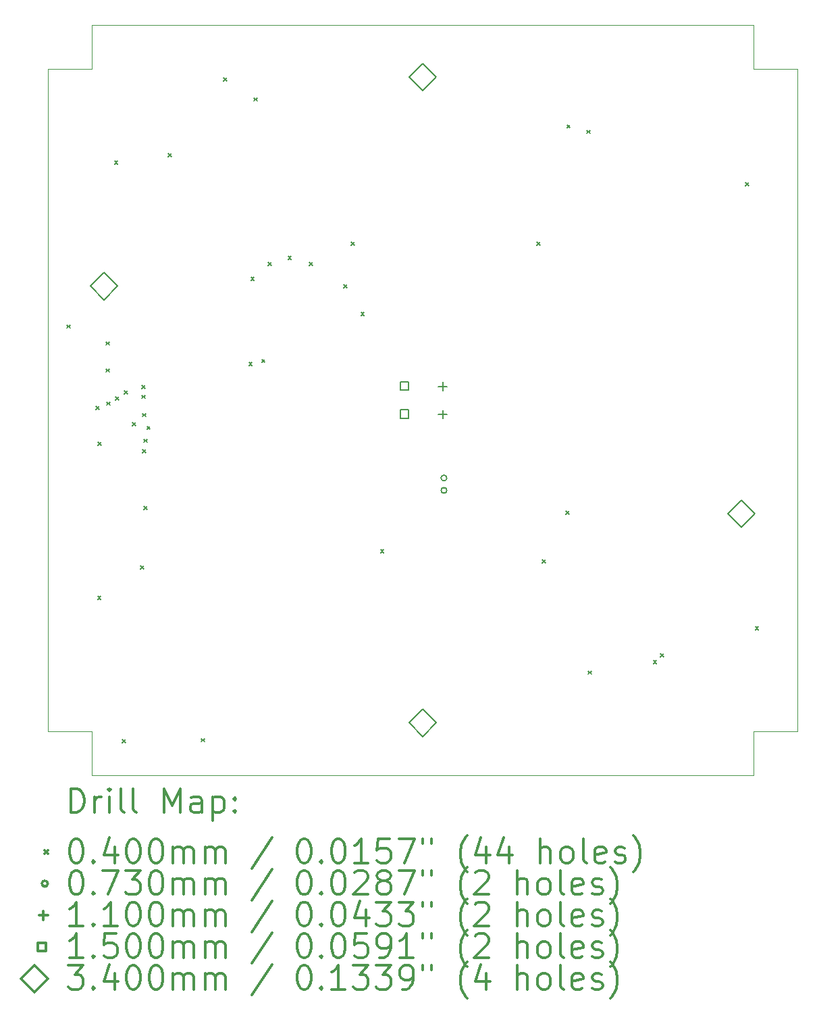
<source format=gbr>
%FSLAX45Y45*%
G04 Gerber Fmt 4.5, Leading zero omitted, Abs format (unit mm)*
G04 Created by KiCad (PCBNEW (5.1.10)-1) date 2022-11-13 15:13:11*
%MOMM*%
%LPD*%
G01*
G04 APERTURE LIST*
%TA.AperFunction,Profile*%
%ADD10C,0.050000*%
%TD*%
%ADD11C,0.200000*%
%ADD12C,0.300000*%
G04 APERTURE END LIST*
D10*
X20200000Y-12350000D02*
X20750000Y-12350000D01*
X20200000Y-12900000D02*
X20200000Y-12350000D01*
X20200000Y-4050000D02*
X20750000Y-4050000D01*
X20200000Y-3500000D02*
X20200000Y-4050000D01*
X11900000Y-4050000D02*
X11900000Y-3500000D01*
X11350000Y-4050000D02*
X11900000Y-4050000D01*
X11900000Y-12350000D02*
X11350000Y-12350000D01*
X11900000Y-12900000D02*
X11900000Y-12350000D01*
X20750000Y-4050000D02*
X20750000Y-12350000D01*
X11900000Y-3500000D02*
X20200000Y-3500000D01*
X11350000Y-12350000D02*
X11350000Y-4050000D01*
X20200000Y-12900000D02*
X11900000Y-12900000D01*
D11*
X11585000Y-7260000D02*
X11625000Y-7300000D01*
X11625000Y-7260000D02*
X11585000Y-7300000D01*
X11950000Y-8280000D02*
X11990000Y-8320000D01*
X11990000Y-8280000D02*
X11950000Y-8320000D01*
X11972500Y-10657500D02*
X12012500Y-10697500D01*
X12012500Y-10657500D02*
X11972500Y-10697500D01*
X11975000Y-8730000D02*
X12015000Y-8770000D01*
X12015000Y-8730000D02*
X11975000Y-8770000D01*
X12080000Y-7470000D02*
X12120000Y-7510000D01*
X12120000Y-7470000D02*
X12080000Y-7510000D01*
X12080000Y-7810000D02*
X12120000Y-7850000D01*
X12120000Y-7810000D02*
X12080000Y-7850000D01*
X12085000Y-8225000D02*
X12125000Y-8265000D01*
X12125000Y-8225000D02*
X12085000Y-8265000D01*
X12185000Y-5205000D02*
X12225000Y-5245000D01*
X12225000Y-5205000D02*
X12185000Y-5245000D01*
X12200000Y-8160000D02*
X12240000Y-8200000D01*
X12240000Y-8160000D02*
X12200000Y-8200000D01*
X12280000Y-12455000D02*
X12320000Y-12495000D01*
X12320000Y-12455000D02*
X12280000Y-12495000D01*
X12305000Y-8085000D02*
X12345000Y-8125000D01*
X12345000Y-8085000D02*
X12305000Y-8125000D01*
X12410000Y-8485000D02*
X12450000Y-8525000D01*
X12450000Y-8485000D02*
X12410000Y-8525000D01*
X12508500Y-10276500D02*
X12548500Y-10316500D01*
X12548500Y-10276500D02*
X12508500Y-10316500D01*
X12525000Y-8015000D02*
X12565000Y-8055000D01*
X12565000Y-8015000D02*
X12525000Y-8055000D01*
X12525000Y-8140000D02*
X12565000Y-8180000D01*
X12565000Y-8140000D02*
X12525000Y-8180000D01*
X12535000Y-8820000D02*
X12575000Y-8860000D01*
X12575000Y-8820000D02*
X12535000Y-8860000D01*
X12537500Y-8367500D02*
X12577500Y-8407500D01*
X12577500Y-8367500D02*
X12537500Y-8407500D01*
X12550000Y-9530000D02*
X12590000Y-9570000D01*
X12590000Y-9530000D02*
X12550000Y-9570000D01*
X12555000Y-8690000D02*
X12595000Y-8730000D01*
X12595000Y-8690000D02*
X12555000Y-8730000D01*
X12590000Y-8530000D02*
X12630000Y-8570000D01*
X12630000Y-8530000D02*
X12590000Y-8570000D01*
X12860000Y-5115000D02*
X12900000Y-5155000D01*
X12900000Y-5115000D02*
X12860000Y-5155000D01*
X13275000Y-12440000D02*
X13315000Y-12480000D01*
X13315000Y-12440000D02*
X13275000Y-12480000D01*
X13552500Y-4167500D02*
X13592500Y-4207500D01*
X13592500Y-4167500D02*
X13552500Y-4207500D01*
X13870000Y-7730000D02*
X13910000Y-7770000D01*
X13910000Y-7730000D02*
X13870000Y-7770000D01*
X13895000Y-6660000D02*
X13935000Y-6700000D01*
X13935000Y-6660000D02*
X13895000Y-6700000D01*
X13934320Y-4415680D02*
X13974320Y-4455680D01*
X13974320Y-4415680D02*
X13934320Y-4455680D01*
X14030000Y-7690000D02*
X14070000Y-7730000D01*
X14070000Y-7690000D02*
X14030000Y-7730000D01*
X14110000Y-6475000D02*
X14150000Y-6515000D01*
X14150000Y-6475000D02*
X14110000Y-6515000D01*
X14361500Y-6402500D02*
X14401500Y-6442500D01*
X14401500Y-6402500D02*
X14361500Y-6442500D01*
X14625000Y-6475000D02*
X14665000Y-6515000D01*
X14665000Y-6475000D02*
X14625000Y-6515000D01*
X15061000Y-6754000D02*
X15101000Y-6794000D01*
X15101000Y-6754000D02*
X15061000Y-6794000D01*
X15150000Y-6220000D02*
X15190000Y-6260000D01*
X15190000Y-6220000D02*
X15150000Y-6260000D01*
X15275000Y-7105000D02*
X15315000Y-7145000D01*
X15315000Y-7105000D02*
X15275000Y-7145000D01*
X15520000Y-10075000D02*
X15560000Y-10115000D01*
X15560000Y-10075000D02*
X15520000Y-10115000D01*
X17480000Y-6220000D02*
X17520000Y-6260000D01*
X17520000Y-6220000D02*
X17480000Y-6260000D01*
X17550000Y-10200000D02*
X17590000Y-10240000D01*
X17590000Y-10200000D02*
X17550000Y-10240000D01*
X17845000Y-9590000D02*
X17885000Y-9630000D01*
X17885000Y-9590000D02*
X17845000Y-9630000D01*
X17857500Y-4752500D02*
X17897500Y-4792500D01*
X17897500Y-4752500D02*
X17857500Y-4792500D01*
X18110000Y-4820000D02*
X18150000Y-4860000D01*
X18150000Y-4820000D02*
X18110000Y-4860000D01*
X18126500Y-11593500D02*
X18166500Y-11633500D01*
X18166500Y-11593500D02*
X18126500Y-11633500D01*
X18940000Y-11465000D02*
X18980000Y-11505000D01*
X18980000Y-11465000D02*
X18940000Y-11505000D01*
X19030000Y-11380000D02*
X19070000Y-11420000D01*
X19070000Y-11380000D02*
X19030000Y-11420000D01*
X20095000Y-5480000D02*
X20135000Y-5520000D01*
X20135000Y-5480000D02*
X20095000Y-5520000D01*
X20220000Y-11040000D02*
X20260000Y-11080000D01*
X20260000Y-11040000D02*
X20220000Y-11080000D01*
X16351500Y-9177500D02*
G75*
G03*
X16351500Y-9177500I-36500J0D01*
G01*
X16351500Y-9332500D02*
G75*
G03*
X16351500Y-9332500I-36500J0D01*
G01*
X16300000Y-7975000D02*
X16300000Y-8085000D01*
X16245000Y-8030000D02*
X16355000Y-8030000D01*
X16300000Y-8325000D02*
X16300000Y-8435000D01*
X16245000Y-8380000D02*
X16355000Y-8380000D01*
X15873033Y-8078033D02*
X15873033Y-7971966D01*
X15766966Y-7971966D01*
X15766966Y-8078033D01*
X15873033Y-8078033D01*
X15873033Y-8428034D02*
X15873033Y-8321966D01*
X15766966Y-8321966D01*
X15766966Y-8428034D01*
X15873033Y-8428034D01*
X12055000Y-6945000D02*
X12225000Y-6775000D01*
X12055000Y-6605000D01*
X11885000Y-6775000D01*
X12055000Y-6945000D01*
X16050000Y-4325000D02*
X16220000Y-4155000D01*
X16050000Y-3985000D01*
X15880000Y-4155000D01*
X16050000Y-4325000D01*
X16050000Y-12415000D02*
X16220000Y-12245000D01*
X16050000Y-12075000D01*
X15880000Y-12245000D01*
X16050000Y-12415000D01*
X20045000Y-9795000D02*
X20215000Y-9625000D01*
X20045000Y-9455000D01*
X19875000Y-9625000D01*
X20045000Y-9795000D01*
D12*
X11633928Y-13368214D02*
X11633928Y-13068214D01*
X11705357Y-13068214D01*
X11748214Y-13082500D01*
X11776786Y-13111071D01*
X11791071Y-13139643D01*
X11805357Y-13196786D01*
X11805357Y-13239643D01*
X11791071Y-13296786D01*
X11776786Y-13325357D01*
X11748214Y-13353929D01*
X11705357Y-13368214D01*
X11633928Y-13368214D01*
X11933928Y-13368214D02*
X11933928Y-13168214D01*
X11933928Y-13225357D02*
X11948214Y-13196786D01*
X11962500Y-13182500D01*
X11991071Y-13168214D01*
X12019643Y-13168214D01*
X12119643Y-13368214D02*
X12119643Y-13168214D01*
X12119643Y-13068214D02*
X12105357Y-13082500D01*
X12119643Y-13096786D01*
X12133928Y-13082500D01*
X12119643Y-13068214D01*
X12119643Y-13096786D01*
X12305357Y-13368214D02*
X12276786Y-13353929D01*
X12262500Y-13325357D01*
X12262500Y-13068214D01*
X12462500Y-13368214D02*
X12433928Y-13353929D01*
X12419643Y-13325357D01*
X12419643Y-13068214D01*
X12805357Y-13368214D02*
X12805357Y-13068214D01*
X12905357Y-13282500D01*
X13005357Y-13068214D01*
X13005357Y-13368214D01*
X13276786Y-13368214D02*
X13276786Y-13211071D01*
X13262500Y-13182500D01*
X13233928Y-13168214D01*
X13176786Y-13168214D01*
X13148214Y-13182500D01*
X13276786Y-13353929D02*
X13248214Y-13368214D01*
X13176786Y-13368214D01*
X13148214Y-13353929D01*
X13133928Y-13325357D01*
X13133928Y-13296786D01*
X13148214Y-13268214D01*
X13176786Y-13253929D01*
X13248214Y-13253929D01*
X13276786Y-13239643D01*
X13419643Y-13168214D02*
X13419643Y-13468214D01*
X13419643Y-13182500D02*
X13448214Y-13168214D01*
X13505357Y-13168214D01*
X13533928Y-13182500D01*
X13548214Y-13196786D01*
X13562500Y-13225357D01*
X13562500Y-13311071D01*
X13548214Y-13339643D01*
X13533928Y-13353929D01*
X13505357Y-13368214D01*
X13448214Y-13368214D01*
X13419643Y-13353929D01*
X13691071Y-13339643D02*
X13705357Y-13353929D01*
X13691071Y-13368214D01*
X13676786Y-13353929D01*
X13691071Y-13339643D01*
X13691071Y-13368214D01*
X13691071Y-13182500D02*
X13705357Y-13196786D01*
X13691071Y-13211071D01*
X13676786Y-13196786D01*
X13691071Y-13182500D01*
X13691071Y-13211071D01*
X11307500Y-13842500D02*
X11347500Y-13882500D01*
X11347500Y-13842500D02*
X11307500Y-13882500D01*
X11691071Y-13698214D02*
X11719643Y-13698214D01*
X11748214Y-13712500D01*
X11762500Y-13726786D01*
X11776786Y-13755357D01*
X11791071Y-13812500D01*
X11791071Y-13883929D01*
X11776786Y-13941071D01*
X11762500Y-13969643D01*
X11748214Y-13983929D01*
X11719643Y-13998214D01*
X11691071Y-13998214D01*
X11662500Y-13983929D01*
X11648214Y-13969643D01*
X11633928Y-13941071D01*
X11619643Y-13883929D01*
X11619643Y-13812500D01*
X11633928Y-13755357D01*
X11648214Y-13726786D01*
X11662500Y-13712500D01*
X11691071Y-13698214D01*
X11919643Y-13969643D02*
X11933928Y-13983929D01*
X11919643Y-13998214D01*
X11905357Y-13983929D01*
X11919643Y-13969643D01*
X11919643Y-13998214D01*
X12191071Y-13798214D02*
X12191071Y-13998214D01*
X12119643Y-13683929D02*
X12048214Y-13898214D01*
X12233928Y-13898214D01*
X12405357Y-13698214D02*
X12433928Y-13698214D01*
X12462500Y-13712500D01*
X12476786Y-13726786D01*
X12491071Y-13755357D01*
X12505357Y-13812500D01*
X12505357Y-13883929D01*
X12491071Y-13941071D01*
X12476786Y-13969643D01*
X12462500Y-13983929D01*
X12433928Y-13998214D01*
X12405357Y-13998214D01*
X12376786Y-13983929D01*
X12362500Y-13969643D01*
X12348214Y-13941071D01*
X12333928Y-13883929D01*
X12333928Y-13812500D01*
X12348214Y-13755357D01*
X12362500Y-13726786D01*
X12376786Y-13712500D01*
X12405357Y-13698214D01*
X12691071Y-13698214D02*
X12719643Y-13698214D01*
X12748214Y-13712500D01*
X12762500Y-13726786D01*
X12776786Y-13755357D01*
X12791071Y-13812500D01*
X12791071Y-13883929D01*
X12776786Y-13941071D01*
X12762500Y-13969643D01*
X12748214Y-13983929D01*
X12719643Y-13998214D01*
X12691071Y-13998214D01*
X12662500Y-13983929D01*
X12648214Y-13969643D01*
X12633928Y-13941071D01*
X12619643Y-13883929D01*
X12619643Y-13812500D01*
X12633928Y-13755357D01*
X12648214Y-13726786D01*
X12662500Y-13712500D01*
X12691071Y-13698214D01*
X12919643Y-13998214D02*
X12919643Y-13798214D01*
X12919643Y-13826786D02*
X12933928Y-13812500D01*
X12962500Y-13798214D01*
X13005357Y-13798214D01*
X13033928Y-13812500D01*
X13048214Y-13841071D01*
X13048214Y-13998214D01*
X13048214Y-13841071D02*
X13062500Y-13812500D01*
X13091071Y-13798214D01*
X13133928Y-13798214D01*
X13162500Y-13812500D01*
X13176786Y-13841071D01*
X13176786Y-13998214D01*
X13319643Y-13998214D02*
X13319643Y-13798214D01*
X13319643Y-13826786D02*
X13333928Y-13812500D01*
X13362500Y-13798214D01*
X13405357Y-13798214D01*
X13433928Y-13812500D01*
X13448214Y-13841071D01*
X13448214Y-13998214D01*
X13448214Y-13841071D02*
X13462500Y-13812500D01*
X13491071Y-13798214D01*
X13533928Y-13798214D01*
X13562500Y-13812500D01*
X13576786Y-13841071D01*
X13576786Y-13998214D01*
X14162500Y-13683929D02*
X13905357Y-14069643D01*
X14548214Y-13698214D02*
X14576786Y-13698214D01*
X14605357Y-13712500D01*
X14619643Y-13726786D01*
X14633928Y-13755357D01*
X14648214Y-13812500D01*
X14648214Y-13883929D01*
X14633928Y-13941071D01*
X14619643Y-13969643D01*
X14605357Y-13983929D01*
X14576786Y-13998214D01*
X14548214Y-13998214D01*
X14519643Y-13983929D01*
X14505357Y-13969643D01*
X14491071Y-13941071D01*
X14476786Y-13883929D01*
X14476786Y-13812500D01*
X14491071Y-13755357D01*
X14505357Y-13726786D01*
X14519643Y-13712500D01*
X14548214Y-13698214D01*
X14776786Y-13969643D02*
X14791071Y-13983929D01*
X14776786Y-13998214D01*
X14762500Y-13983929D01*
X14776786Y-13969643D01*
X14776786Y-13998214D01*
X14976786Y-13698214D02*
X15005357Y-13698214D01*
X15033928Y-13712500D01*
X15048214Y-13726786D01*
X15062500Y-13755357D01*
X15076786Y-13812500D01*
X15076786Y-13883929D01*
X15062500Y-13941071D01*
X15048214Y-13969643D01*
X15033928Y-13983929D01*
X15005357Y-13998214D01*
X14976786Y-13998214D01*
X14948214Y-13983929D01*
X14933928Y-13969643D01*
X14919643Y-13941071D01*
X14905357Y-13883929D01*
X14905357Y-13812500D01*
X14919643Y-13755357D01*
X14933928Y-13726786D01*
X14948214Y-13712500D01*
X14976786Y-13698214D01*
X15362500Y-13998214D02*
X15191071Y-13998214D01*
X15276786Y-13998214D02*
X15276786Y-13698214D01*
X15248214Y-13741071D01*
X15219643Y-13769643D01*
X15191071Y-13783929D01*
X15633928Y-13698214D02*
X15491071Y-13698214D01*
X15476786Y-13841071D01*
X15491071Y-13826786D01*
X15519643Y-13812500D01*
X15591071Y-13812500D01*
X15619643Y-13826786D01*
X15633928Y-13841071D01*
X15648214Y-13869643D01*
X15648214Y-13941071D01*
X15633928Y-13969643D01*
X15619643Y-13983929D01*
X15591071Y-13998214D01*
X15519643Y-13998214D01*
X15491071Y-13983929D01*
X15476786Y-13969643D01*
X15748214Y-13698214D02*
X15948214Y-13698214D01*
X15819643Y-13998214D01*
X16048214Y-13698214D02*
X16048214Y-13755357D01*
X16162500Y-13698214D02*
X16162500Y-13755357D01*
X16605357Y-14112500D02*
X16591071Y-14098214D01*
X16562500Y-14055357D01*
X16548214Y-14026786D01*
X16533928Y-13983929D01*
X16519643Y-13912500D01*
X16519643Y-13855357D01*
X16533928Y-13783929D01*
X16548214Y-13741071D01*
X16562500Y-13712500D01*
X16591071Y-13669643D01*
X16605357Y-13655357D01*
X16848214Y-13798214D02*
X16848214Y-13998214D01*
X16776786Y-13683929D02*
X16705357Y-13898214D01*
X16891071Y-13898214D01*
X17133928Y-13798214D02*
X17133928Y-13998214D01*
X17062500Y-13683929D02*
X16991071Y-13898214D01*
X17176786Y-13898214D01*
X17519643Y-13998214D02*
X17519643Y-13698214D01*
X17648214Y-13998214D02*
X17648214Y-13841071D01*
X17633928Y-13812500D01*
X17605357Y-13798214D01*
X17562500Y-13798214D01*
X17533928Y-13812500D01*
X17519643Y-13826786D01*
X17833928Y-13998214D02*
X17805357Y-13983929D01*
X17791071Y-13969643D01*
X17776786Y-13941071D01*
X17776786Y-13855357D01*
X17791071Y-13826786D01*
X17805357Y-13812500D01*
X17833928Y-13798214D01*
X17876786Y-13798214D01*
X17905357Y-13812500D01*
X17919643Y-13826786D01*
X17933928Y-13855357D01*
X17933928Y-13941071D01*
X17919643Y-13969643D01*
X17905357Y-13983929D01*
X17876786Y-13998214D01*
X17833928Y-13998214D01*
X18105357Y-13998214D02*
X18076786Y-13983929D01*
X18062500Y-13955357D01*
X18062500Y-13698214D01*
X18333928Y-13983929D02*
X18305357Y-13998214D01*
X18248214Y-13998214D01*
X18219643Y-13983929D01*
X18205357Y-13955357D01*
X18205357Y-13841071D01*
X18219643Y-13812500D01*
X18248214Y-13798214D01*
X18305357Y-13798214D01*
X18333928Y-13812500D01*
X18348214Y-13841071D01*
X18348214Y-13869643D01*
X18205357Y-13898214D01*
X18462500Y-13983929D02*
X18491071Y-13998214D01*
X18548214Y-13998214D01*
X18576786Y-13983929D01*
X18591071Y-13955357D01*
X18591071Y-13941071D01*
X18576786Y-13912500D01*
X18548214Y-13898214D01*
X18505357Y-13898214D01*
X18476786Y-13883929D01*
X18462500Y-13855357D01*
X18462500Y-13841071D01*
X18476786Y-13812500D01*
X18505357Y-13798214D01*
X18548214Y-13798214D01*
X18576786Y-13812500D01*
X18691071Y-14112500D02*
X18705357Y-14098214D01*
X18733928Y-14055357D01*
X18748214Y-14026786D01*
X18762500Y-13983929D01*
X18776786Y-13912500D01*
X18776786Y-13855357D01*
X18762500Y-13783929D01*
X18748214Y-13741071D01*
X18733928Y-13712500D01*
X18705357Y-13669643D01*
X18691071Y-13655357D01*
X11347500Y-14258500D02*
G75*
G03*
X11347500Y-14258500I-36500J0D01*
G01*
X11691071Y-14094214D02*
X11719643Y-14094214D01*
X11748214Y-14108500D01*
X11762500Y-14122786D01*
X11776786Y-14151357D01*
X11791071Y-14208500D01*
X11791071Y-14279929D01*
X11776786Y-14337071D01*
X11762500Y-14365643D01*
X11748214Y-14379929D01*
X11719643Y-14394214D01*
X11691071Y-14394214D01*
X11662500Y-14379929D01*
X11648214Y-14365643D01*
X11633928Y-14337071D01*
X11619643Y-14279929D01*
X11619643Y-14208500D01*
X11633928Y-14151357D01*
X11648214Y-14122786D01*
X11662500Y-14108500D01*
X11691071Y-14094214D01*
X11919643Y-14365643D02*
X11933928Y-14379929D01*
X11919643Y-14394214D01*
X11905357Y-14379929D01*
X11919643Y-14365643D01*
X11919643Y-14394214D01*
X12033928Y-14094214D02*
X12233928Y-14094214D01*
X12105357Y-14394214D01*
X12319643Y-14094214D02*
X12505357Y-14094214D01*
X12405357Y-14208500D01*
X12448214Y-14208500D01*
X12476786Y-14222786D01*
X12491071Y-14237071D01*
X12505357Y-14265643D01*
X12505357Y-14337071D01*
X12491071Y-14365643D01*
X12476786Y-14379929D01*
X12448214Y-14394214D01*
X12362500Y-14394214D01*
X12333928Y-14379929D01*
X12319643Y-14365643D01*
X12691071Y-14094214D02*
X12719643Y-14094214D01*
X12748214Y-14108500D01*
X12762500Y-14122786D01*
X12776786Y-14151357D01*
X12791071Y-14208500D01*
X12791071Y-14279929D01*
X12776786Y-14337071D01*
X12762500Y-14365643D01*
X12748214Y-14379929D01*
X12719643Y-14394214D01*
X12691071Y-14394214D01*
X12662500Y-14379929D01*
X12648214Y-14365643D01*
X12633928Y-14337071D01*
X12619643Y-14279929D01*
X12619643Y-14208500D01*
X12633928Y-14151357D01*
X12648214Y-14122786D01*
X12662500Y-14108500D01*
X12691071Y-14094214D01*
X12919643Y-14394214D02*
X12919643Y-14194214D01*
X12919643Y-14222786D02*
X12933928Y-14208500D01*
X12962500Y-14194214D01*
X13005357Y-14194214D01*
X13033928Y-14208500D01*
X13048214Y-14237071D01*
X13048214Y-14394214D01*
X13048214Y-14237071D02*
X13062500Y-14208500D01*
X13091071Y-14194214D01*
X13133928Y-14194214D01*
X13162500Y-14208500D01*
X13176786Y-14237071D01*
X13176786Y-14394214D01*
X13319643Y-14394214D02*
X13319643Y-14194214D01*
X13319643Y-14222786D02*
X13333928Y-14208500D01*
X13362500Y-14194214D01*
X13405357Y-14194214D01*
X13433928Y-14208500D01*
X13448214Y-14237071D01*
X13448214Y-14394214D01*
X13448214Y-14237071D02*
X13462500Y-14208500D01*
X13491071Y-14194214D01*
X13533928Y-14194214D01*
X13562500Y-14208500D01*
X13576786Y-14237071D01*
X13576786Y-14394214D01*
X14162500Y-14079929D02*
X13905357Y-14465643D01*
X14548214Y-14094214D02*
X14576786Y-14094214D01*
X14605357Y-14108500D01*
X14619643Y-14122786D01*
X14633928Y-14151357D01*
X14648214Y-14208500D01*
X14648214Y-14279929D01*
X14633928Y-14337071D01*
X14619643Y-14365643D01*
X14605357Y-14379929D01*
X14576786Y-14394214D01*
X14548214Y-14394214D01*
X14519643Y-14379929D01*
X14505357Y-14365643D01*
X14491071Y-14337071D01*
X14476786Y-14279929D01*
X14476786Y-14208500D01*
X14491071Y-14151357D01*
X14505357Y-14122786D01*
X14519643Y-14108500D01*
X14548214Y-14094214D01*
X14776786Y-14365643D02*
X14791071Y-14379929D01*
X14776786Y-14394214D01*
X14762500Y-14379929D01*
X14776786Y-14365643D01*
X14776786Y-14394214D01*
X14976786Y-14094214D02*
X15005357Y-14094214D01*
X15033928Y-14108500D01*
X15048214Y-14122786D01*
X15062500Y-14151357D01*
X15076786Y-14208500D01*
X15076786Y-14279929D01*
X15062500Y-14337071D01*
X15048214Y-14365643D01*
X15033928Y-14379929D01*
X15005357Y-14394214D01*
X14976786Y-14394214D01*
X14948214Y-14379929D01*
X14933928Y-14365643D01*
X14919643Y-14337071D01*
X14905357Y-14279929D01*
X14905357Y-14208500D01*
X14919643Y-14151357D01*
X14933928Y-14122786D01*
X14948214Y-14108500D01*
X14976786Y-14094214D01*
X15191071Y-14122786D02*
X15205357Y-14108500D01*
X15233928Y-14094214D01*
X15305357Y-14094214D01*
X15333928Y-14108500D01*
X15348214Y-14122786D01*
X15362500Y-14151357D01*
X15362500Y-14179929D01*
X15348214Y-14222786D01*
X15176786Y-14394214D01*
X15362500Y-14394214D01*
X15533928Y-14222786D02*
X15505357Y-14208500D01*
X15491071Y-14194214D01*
X15476786Y-14165643D01*
X15476786Y-14151357D01*
X15491071Y-14122786D01*
X15505357Y-14108500D01*
X15533928Y-14094214D01*
X15591071Y-14094214D01*
X15619643Y-14108500D01*
X15633928Y-14122786D01*
X15648214Y-14151357D01*
X15648214Y-14165643D01*
X15633928Y-14194214D01*
X15619643Y-14208500D01*
X15591071Y-14222786D01*
X15533928Y-14222786D01*
X15505357Y-14237071D01*
X15491071Y-14251357D01*
X15476786Y-14279929D01*
X15476786Y-14337071D01*
X15491071Y-14365643D01*
X15505357Y-14379929D01*
X15533928Y-14394214D01*
X15591071Y-14394214D01*
X15619643Y-14379929D01*
X15633928Y-14365643D01*
X15648214Y-14337071D01*
X15648214Y-14279929D01*
X15633928Y-14251357D01*
X15619643Y-14237071D01*
X15591071Y-14222786D01*
X15748214Y-14094214D02*
X15948214Y-14094214D01*
X15819643Y-14394214D01*
X16048214Y-14094214D02*
X16048214Y-14151357D01*
X16162500Y-14094214D02*
X16162500Y-14151357D01*
X16605357Y-14508500D02*
X16591071Y-14494214D01*
X16562500Y-14451357D01*
X16548214Y-14422786D01*
X16533928Y-14379929D01*
X16519643Y-14308500D01*
X16519643Y-14251357D01*
X16533928Y-14179929D01*
X16548214Y-14137071D01*
X16562500Y-14108500D01*
X16591071Y-14065643D01*
X16605357Y-14051357D01*
X16705357Y-14122786D02*
X16719643Y-14108500D01*
X16748214Y-14094214D01*
X16819643Y-14094214D01*
X16848214Y-14108500D01*
X16862500Y-14122786D01*
X16876786Y-14151357D01*
X16876786Y-14179929D01*
X16862500Y-14222786D01*
X16691071Y-14394214D01*
X16876786Y-14394214D01*
X17233928Y-14394214D02*
X17233928Y-14094214D01*
X17362500Y-14394214D02*
X17362500Y-14237071D01*
X17348214Y-14208500D01*
X17319643Y-14194214D01*
X17276786Y-14194214D01*
X17248214Y-14208500D01*
X17233928Y-14222786D01*
X17548214Y-14394214D02*
X17519643Y-14379929D01*
X17505357Y-14365643D01*
X17491071Y-14337071D01*
X17491071Y-14251357D01*
X17505357Y-14222786D01*
X17519643Y-14208500D01*
X17548214Y-14194214D01*
X17591071Y-14194214D01*
X17619643Y-14208500D01*
X17633928Y-14222786D01*
X17648214Y-14251357D01*
X17648214Y-14337071D01*
X17633928Y-14365643D01*
X17619643Y-14379929D01*
X17591071Y-14394214D01*
X17548214Y-14394214D01*
X17819643Y-14394214D02*
X17791071Y-14379929D01*
X17776786Y-14351357D01*
X17776786Y-14094214D01*
X18048214Y-14379929D02*
X18019643Y-14394214D01*
X17962500Y-14394214D01*
X17933928Y-14379929D01*
X17919643Y-14351357D01*
X17919643Y-14237071D01*
X17933928Y-14208500D01*
X17962500Y-14194214D01*
X18019643Y-14194214D01*
X18048214Y-14208500D01*
X18062500Y-14237071D01*
X18062500Y-14265643D01*
X17919643Y-14294214D01*
X18176786Y-14379929D02*
X18205357Y-14394214D01*
X18262500Y-14394214D01*
X18291071Y-14379929D01*
X18305357Y-14351357D01*
X18305357Y-14337071D01*
X18291071Y-14308500D01*
X18262500Y-14294214D01*
X18219643Y-14294214D01*
X18191071Y-14279929D01*
X18176786Y-14251357D01*
X18176786Y-14237071D01*
X18191071Y-14208500D01*
X18219643Y-14194214D01*
X18262500Y-14194214D01*
X18291071Y-14208500D01*
X18405357Y-14508500D02*
X18419643Y-14494214D01*
X18448214Y-14451357D01*
X18462500Y-14422786D01*
X18476786Y-14379929D01*
X18491071Y-14308500D01*
X18491071Y-14251357D01*
X18476786Y-14179929D01*
X18462500Y-14137071D01*
X18448214Y-14108500D01*
X18419643Y-14065643D01*
X18405357Y-14051357D01*
X11292500Y-14599500D02*
X11292500Y-14709500D01*
X11237500Y-14654500D02*
X11347500Y-14654500D01*
X11791071Y-14790214D02*
X11619643Y-14790214D01*
X11705357Y-14790214D02*
X11705357Y-14490214D01*
X11676786Y-14533071D01*
X11648214Y-14561643D01*
X11619643Y-14575929D01*
X11919643Y-14761643D02*
X11933928Y-14775929D01*
X11919643Y-14790214D01*
X11905357Y-14775929D01*
X11919643Y-14761643D01*
X11919643Y-14790214D01*
X12219643Y-14790214D02*
X12048214Y-14790214D01*
X12133928Y-14790214D02*
X12133928Y-14490214D01*
X12105357Y-14533071D01*
X12076786Y-14561643D01*
X12048214Y-14575929D01*
X12405357Y-14490214D02*
X12433928Y-14490214D01*
X12462500Y-14504500D01*
X12476786Y-14518786D01*
X12491071Y-14547357D01*
X12505357Y-14604500D01*
X12505357Y-14675929D01*
X12491071Y-14733071D01*
X12476786Y-14761643D01*
X12462500Y-14775929D01*
X12433928Y-14790214D01*
X12405357Y-14790214D01*
X12376786Y-14775929D01*
X12362500Y-14761643D01*
X12348214Y-14733071D01*
X12333928Y-14675929D01*
X12333928Y-14604500D01*
X12348214Y-14547357D01*
X12362500Y-14518786D01*
X12376786Y-14504500D01*
X12405357Y-14490214D01*
X12691071Y-14490214D02*
X12719643Y-14490214D01*
X12748214Y-14504500D01*
X12762500Y-14518786D01*
X12776786Y-14547357D01*
X12791071Y-14604500D01*
X12791071Y-14675929D01*
X12776786Y-14733071D01*
X12762500Y-14761643D01*
X12748214Y-14775929D01*
X12719643Y-14790214D01*
X12691071Y-14790214D01*
X12662500Y-14775929D01*
X12648214Y-14761643D01*
X12633928Y-14733071D01*
X12619643Y-14675929D01*
X12619643Y-14604500D01*
X12633928Y-14547357D01*
X12648214Y-14518786D01*
X12662500Y-14504500D01*
X12691071Y-14490214D01*
X12919643Y-14790214D02*
X12919643Y-14590214D01*
X12919643Y-14618786D02*
X12933928Y-14604500D01*
X12962500Y-14590214D01*
X13005357Y-14590214D01*
X13033928Y-14604500D01*
X13048214Y-14633071D01*
X13048214Y-14790214D01*
X13048214Y-14633071D02*
X13062500Y-14604500D01*
X13091071Y-14590214D01*
X13133928Y-14590214D01*
X13162500Y-14604500D01*
X13176786Y-14633071D01*
X13176786Y-14790214D01*
X13319643Y-14790214D02*
X13319643Y-14590214D01*
X13319643Y-14618786D02*
X13333928Y-14604500D01*
X13362500Y-14590214D01*
X13405357Y-14590214D01*
X13433928Y-14604500D01*
X13448214Y-14633071D01*
X13448214Y-14790214D01*
X13448214Y-14633071D02*
X13462500Y-14604500D01*
X13491071Y-14590214D01*
X13533928Y-14590214D01*
X13562500Y-14604500D01*
X13576786Y-14633071D01*
X13576786Y-14790214D01*
X14162500Y-14475929D02*
X13905357Y-14861643D01*
X14548214Y-14490214D02*
X14576786Y-14490214D01*
X14605357Y-14504500D01*
X14619643Y-14518786D01*
X14633928Y-14547357D01*
X14648214Y-14604500D01*
X14648214Y-14675929D01*
X14633928Y-14733071D01*
X14619643Y-14761643D01*
X14605357Y-14775929D01*
X14576786Y-14790214D01*
X14548214Y-14790214D01*
X14519643Y-14775929D01*
X14505357Y-14761643D01*
X14491071Y-14733071D01*
X14476786Y-14675929D01*
X14476786Y-14604500D01*
X14491071Y-14547357D01*
X14505357Y-14518786D01*
X14519643Y-14504500D01*
X14548214Y-14490214D01*
X14776786Y-14761643D02*
X14791071Y-14775929D01*
X14776786Y-14790214D01*
X14762500Y-14775929D01*
X14776786Y-14761643D01*
X14776786Y-14790214D01*
X14976786Y-14490214D02*
X15005357Y-14490214D01*
X15033928Y-14504500D01*
X15048214Y-14518786D01*
X15062500Y-14547357D01*
X15076786Y-14604500D01*
X15076786Y-14675929D01*
X15062500Y-14733071D01*
X15048214Y-14761643D01*
X15033928Y-14775929D01*
X15005357Y-14790214D01*
X14976786Y-14790214D01*
X14948214Y-14775929D01*
X14933928Y-14761643D01*
X14919643Y-14733071D01*
X14905357Y-14675929D01*
X14905357Y-14604500D01*
X14919643Y-14547357D01*
X14933928Y-14518786D01*
X14948214Y-14504500D01*
X14976786Y-14490214D01*
X15333928Y-14590214D02*
X15333928Y-14790214D01*
X15262500Y-14475929D02*
X15191071Y-14690214D01*
X15376786Y-14690214D01*
X15462500Y-14490214D02*
X15648214Y-14490214D01*
X15548214Y-14604500D01*
X15591071Y-14604500D01*
X15619643Y-14618786D01*
X15633928Y-14633071D01*
X15648214Y-14661643D01*
X15648214Y-14733071D01*
X15633928Y-14761643D01*
X15619643Y-14775929D01*
X15591071Y-14790214D01*
X15505357Y-14790214D01*
X15476786Y-14775929D01*
X15462500Y-14761643D01*
X15748214Y-14490214D02*
X15933928Y-14490214D01*
X15833928Y-14604500D01*
X15876786Y-14604500D01*
X15905357Y-14618786D01*
X15919643Y-14633071D01*
X15933928Y-14661643D01*
X15933928Y-14733071D01*
X15919643Y-14761643D01*
X15905357Y-14775929D01*
X15876786Y-14790214D01*
X15791071Y-14790214D01*
X15762500Y-14775929D01*
X15748214Y-14761643D01*
X16048214Y-14490214D02*
X16048214Y-14547357D01*
X16162500Y-14490214D02*
X16162500Y-14547357D01*
X16605357Y-14904500D02*
X16591071Y-14890214D01*
X16562500Y-14847357D01*
X16548214Y-14818786D01*
X16533928Y-14775929D01*
X16519643Y-14704500D01*
X16519643Y-14647357D01*
X16533928Y-14575929D01*
X16548214Y-14533071D01*
X16562500Y-14504500D01*
X16591071Y-14461643D01*
X16605357Y-14447357D01*
X16705357Y-14518786D02*
X16719643Y-14504500D01*
X16748214Y-14490214D01*
X16819643Y-14490214D01*
X16848214Y-14504500D01*
X16862500Y-14518786D01*
X16876786Y-14547357D01*
X16876786Y-14575929D01*
X16862500Y-14618786D01*
X16691071Y-14790214D01*
X16876786Y-14790214D01*
X17233928Y-14790214D02*
X17233928Y-14490214D01*
X17362500Y-14790214D02*
X17362500Y-14633071D01*
X17348214Y-14604500D01*
X17319643Y-14590214D01*
X17276786Y-14590214D01*
X17248214Y-14604500D01*
X17233928Y-14618786D01*
X17548214Y-14790214D02*
X17519643Y-14775929D01*
X17505357Y-14761643D01*
X17491071Y-14733071D01*
X17491071Y-14647357D01*
X17505357Y-14618786D01*
X17519643Y-14604500D01*
X17548214Y-14590214D01*
X17591071Y-14590214D01*
X17619643Y-14604500D01*
X17633928Y-14618786D01*
X17648214Y-14647357D01*
X17648214Y-14733071D01*
X17633928Y-14761643D01*
X17619643Y-14775929D01*
X17591071Y-14790214D01*
X17548214Y-14790214D01*
X17819643Y-14790214D02*
X17791071Y-14775929D01*
X17776786Y-14747357D01*
X17776786Y-14490214D01*
X18048214Y-14775929D02*
X18019643Y-14790214D01*
X17962500Y-14790214D01*
X17933928Y-14775929D01*
X17919643Y-14747357D01*
X17919643Y-14633071D01*
X17933928Y-14604500D01*
X17962500Y-14590214D01*
X18019643Y-14590214D01*
X18048214Y-14604500D01*
X18062500Y-14633071D01*
X18062500Y-14661643D01*
X17919643Y-14690214D01*
X18176786Y-14775929D02*
X18205357Y-14790214D01*
X18262500Y-14790214D01*
X18291071Y-14775929D01*
X18305357Y-14747357D01*
X18305357Y-14733071D01*
X18291071Y-14704500D01*
X18262500Y-14690214D01*
X18219643Y-14690214D01*
X18191071Y-14675929D01*
X18176786Y-14647357D01*
X18176786Y-14633071D01*
X18191071Y-14604500D01*
X18219643Y-14590214D01*
X18262500Y-14590214D01*
X18291071Y-14604500D01*
X18405357Y-14904500D02*
X18419643Y-14890214D01*
X18448214Y-14847357D01*
X18462500Y-14818786D01*
X18476786Y-14775929D01*
X18491071Y-14704500D01*
X18491071Y-14647357D01*
X18476786Y-14575929D01*
X18462500Y-14533071D01*
X18448214Y-14504500D01*
X18419643Y-14461643D01*
X18405357Y-14447357D01*
X11325533Y-15103534D02*
X11325533Y-14997467D01*
X11219466Y-14997467D01*
X11219466Y-15103534D01*
X11325533Y-15103534D01*
X11791071Y-15186214D02*
X11619643Y-15186214D01*
X11705357Y-15186214D02*
X11705357Y-14886214D01*
X11676786Y-14929071D01*
X11648214Y-14957643D01*
X11619643Y-14971929D01*
X11919643Y-15157643D02*
X11933928Y-15171929D01*
X11919643Y-15186214D01*
X11905357Y-15171929D01*
X11919643Y-15157643D01*
X11919643Y-15186214D01*
X12205357Y-14886214D02*
X12062500Y-14886214D01*
X12048214Y-15029071D01*
X12062500Y-15014786D01*
X12091071Y-15000500D01*
X12162500Y-15000500D01*
X12191071Y-15014786D01*
X12205357Y-15029071D01*
X12219643Y-15057643D01*
X12219643Y-15129071D01*
X12205357Y-15157643D01*
X12191071Y-15171929D01*
X12162500Y-15186214D01*
X12091071Y-15186214D01*
X12062500Y-15171929D01*
X12048214Y-15157643D01*
X12405357Y-14886214D02*
X12433928Y-14886214D01*
X12462500Y-14900500D01*
X12476786Y-14914786D01*
X12491071Y-14943357D01*
X12505357Y-15000500D01*
X12505357Y-15071929D01*
X12491071Y-15129071D01*
X12476786Y-15157643D01*
X12462500Y-15171929D01*
X12433928Y-15186214D01*
X12405357Y-15186214D01*
X12376786Y-15171929D01*
X12362500Y-15157643D01*
X12348214Y-15129071D01*
X12333928Y-15071929D01*
X12333928Y-15000500D01*
X12348214Y-14943357D01*
X12362500Y-14914786D01*
X12376786Y-14900500D01*
X12405357Y-14886214D01*
X12691071Y-14886214D02*
X12719643Y-14886214D01*
X12748214Y-14900500D01*
X12762500Y-14914786D01*
X12776786Y-14943357D01*
X12791071Y-15000500D01*
X12791071Y-15071929D01*
X12776786Y-15129071D01*
X12762500Y-15157643D01*
X12748214Y-15171929D01*
X12719643Y-15186214D01*
X12691071Y-15186214D01*
X12662500Y-15171929D01*
X12648214Y-15157643D01*
X12633928Y-15129071D01*
X12619643Y-15071929D01*
X12619643Y-15000500D01*
X12633928Y-14943357D01*
X12648214Y-14914786D01*
X12662500Y-14900500D01*
X12691071Y-14886214D01*
X12919643Y-15186214D02*
X12919643Y-14986214D01*
X12919643Y-15014786D02*
X12933928Y-15000500D01*
X12962500Y-14986214D01*
X13005357Y-14986214D01*
X13033928Y-15000500D01*
X13048214Y-15029071D01*
X13048214Y-15186214D01*
X13048214Y-15029071D02*
X13062500Y-15000500D01*
X13091071Y-14986214D01*
X13133928Y-14986214D01*
X13162500Y-15000500D01*
X13176786Y-15029071D01*
X13176786Y-15186214D01*
X13319643Y-15186214D02*
X13319643Y-14986214D01*
X13319643Y-15014786D02*
X13333928Y-15000500D01*
X13362500Y-14986214D01*
X13405357Y-14986214D01*
X13433928Y-15000500D01*
X13448214Y-15029071D01*
X13448214Y-15186214D01*
X13448214Y-15029071D02*
X13462500Y-15000500D01*
X13491071Y-14986214D01*
X13533928Y-14986214D01*
X13562500Y-15000500D01*
X13576786Y-15029071D01*
X13576786Y-15186214D01*
X14162500Y-14871929D02*
X13905357Y-15257643D01*
X14548214Y-14886214D02*
X14576786Y-14886214D01*
X14605357Y-14900500D01*
X14619643Y-14914786D01*
X14633928Y-14943357D01*
X14648214Y-15000500D01*
X14648214Y-15071929D01*
X14633928Y-15129071D01*
X14619643Y-15157643D01*
X14605357Y-15171929D01*
X14576786Y-15186214D01*
X14548214Y-15186214D01*
X14519643Y-15171929D01*
X14505357Y-15157643D01*
X14491071Y-15129071D01*
X14476786Y-15071929D01*
X14476786Y-15000500D01*
X14491071Y-14943357D01*
X14505357Y-14914786D01*
X14519643Y-14900500D01*
X14548214Y-14886214D01*
X14776786Y-15157643D02*
X14791071Y-15171929D01*
X14776786Y-15186214D01*
X14762500Y-15171929D01*
X14776786Y-15157643D01*
X14776786Y-15186214D01*
X14976786Y-14886214D02*
X15005357Y-14886214D01*
X15033928Y-14900500D01*
X15048214Y-14914786D01*
X15062500Y-14943357D01*
X15076786Y-15000500D01*
X15076786Y-15071929D01*
X15062500Y-15129071D01*
X15048214Y-15157643D01*
X15033928Y-15171929D01*
X15005357Y-15186214D01*
X14976786Y-15186214D01*
X14948214Y-15171929D01*
X14933928Y-15157643D01*
X14919643Y-15129071D01*
X14905357Y-15071929D01*
X14905357Y-15000500D01*
X14919643Y-14943357D01*
X14933928Y-14914786D01*
X14948214Y-14900500D01*
X14976786Y-14886214D01*
X15348214Y-14886214D02*
X15205357Y-14886214D01*
X15191071Y-15029071D01*
X15205357Y-15014786D01*
X15233928Y-15000500D01*
X15305357Y-15000500D01*
X15333928Y-15014786D01*
X15348214Y-15029071D01*
X15362500Y-15057643D01*
X15362500Y-15129071D01*
X15348214Y-15157643D01*
X15333928Y-15171929D01*
X15305357Y-15186214D01*
X15233928Y-15186214D01*
X15205357Y-15171929D01*
X15191071Y-15157643D01*
X15505357Y-15186214D02*
X15562500Y-15186214D01*
X15591071Y-15171929D01*
X15605357Y-15157643D01*
X15633928Y-15114786D01*
X15648214Y-15057643D01*
X15648214Y-14943357D01*
X15633928Y-14914786D01*
X15619643Y-14900500D01*
X15591071Y-14886214D01*
X15533928Y-14886214D01*
X15505357Y-14900500D01*
X15491071Y-14914786D01*
X15476786Y-14943357D01*
X15476786Y-15014786D01*
X15491071Y-15043357D01*
X15505357Y-15057643D01*
X15533928Y-15071929D01*
X15591071Y-15071929D01*
X15619643Y-15057643D01*
X15633928Y-15043357D01*
X15648214Y-15014786D01*
X15933928Y-15186214D02*
X15762500Y-15186214D01*
X15848214Y-15186214D02*
X15848214Y-14886214D01*
X15819643Y-14929071D01*
X15791071Y-14957643D01*
X15762500Y-14971929D01*
X16048214Y-14886214D02*
X16048214Y-14943357D01*
X16162500Y-14886214D02*
X16162500Y-14943357D01*
X16605357Y-15300500D02*
X16591071Y-15286214D01*
X16562500Y-15243357D01*
X16548214Y-15214786D01*
X16533928Y-15171929D01*
X16519643Y-15100500D01*
X16519643Y-15043357D01*
X16533928Y-14971929D01*
X16548214Y-14929071D01*
X16562500Y-14900500D01*
X16591071Y-14857643D01*
X16605357Y-14843357D01*
X16705357Y-14914786D02*
X16719643Y-14900500D01*
X16748214Y-14886214D01*
X16819643Y-14886214D01*
X16848214Y-14900500D01*
X16862500Y-14914786D01*
X16876786Y-14943357D01*
X16876786Y-14971929D01*
X16862500Y-15014786D01*
X16691071Y-15186214D01*
X16876786Y-15186214D01*
X17233928Y-15186214D02*
X17233928Y-14886214D01*
X17362500Y-15186214D02*
X17362500Y-15029071D01*
X17348214Y-15000500D01*
X17319643Y-14986214D01*
X17276786Y-14986214D01*
X17248214Y-15000500D01*
X17233928Y-15014786D01*
X17548214Y-15186214D02*
X17519643Y-15171929D01*
X17505357Y-15157643D01*
X17491071Y-15129071D01*
X17491071Y-15043357D01*
X17505357Y-15014786D01*
X17519643Y-15000500D01*
X17548214Y-14986214D01*
X17591071Y-14986214D01*
X17619643Y-15000500D01*
X17633928Y-15014786D01*
X17648214Y-15043357D01*
X17648214Y-15129071D01*
X17633928Y-15157643D01*
X17619643Y-15171929D01*
X17591071Y-15186214D01*
X17548214Y-15186214D01*
X17819643Y-15186214D02*
X17791071Y-15171929D01*
X17776786Y-15143357D01*
X17776786Y-14886214D01*
X18048214Y-15171929D02*
X18019643Y-15186214D01*
X17962500Y-15186214D01*
X17933928Y-15171929D01*
X17919643Y-15143357D01*
X17919643Y-15029071D01*
X17933928Y-15000500D01*
X17962500Y-14986214D01*
X18019643Y-14986214D01*
X18048214Y-15000500D01*
X18062500Y-15029071D01*
X18062500Y-15057643D01*
X17919643Y-15086214D01*
X18176786Y-15171929D02*
X18205357Y-15186214D01*
X18262500Y-15186214D01*
X18291071Y-15171929D01*
X18305357Y-15143357D01*
X18305357Y-15129071D01*
X18291071Y-15100500D01*
X18262500Y-15086214D01*
X18219643Y-15086214D01*
X18191071Y-15071929D01*
X18176786Y-15043357D01*
X18176786Y-15029071D01*
X18191071Y-15000500D01*
X18219643Y-14986214D01*
X18262500Y-14986214D01*
X18291071Y-15000500D01*
X18405357Y-15300500D02*
X18419643Y-15286214D01*
X18448214Y-15243357D01*
X18462500Y-15214786D01*
X18476786Y-15171929D01*
X18491071Y-15100500D01*
X18491071Y-15043357D01*
X18476786Y-14971929D01*
X18462500Y-14929071D01*
X18448214Y-14900500D01*
X18419643Y-14857643D01*
X18405357Y-14843357D01*
X11177500Y-15616500D02*
X11347500Y-15446500D01*
X11177500Y-15276500D01*
X11007500Y-15446500D01*
X11177500Y-15616500D01*
X11605357Y-15282214D02*
X11791071Y-15282214D01*
X11691071Y-15396500D01*
X11733928Y-15396500D01*
X11762500Y-15410786D01*
X11776786Y-15425071D01*
X11791071Y-15453643D01*
X11791071Y-15525071D01*
X11776786Y-15553643D01*
X11762500Y-15567929D01*
X11733928Y-15582214D01*
X11648214Y-15582214D01*
X11619643Y-15567929D01*
X11605357Y-15553643D01*
X11919643Y-15553643D02*
X11933928Y-15567929D01*
X11919643Y-15582214D01*
X11905357Y-15567929D01*
X11919643Y-15553643D01*
X11919643Y-15582214D01*
X12191071Y-15382214D02*
X12191071Y-15582214D01*
X12119643Y-15267929D02*
X12048214Y-15482214D01*
X12233928Y-15482214D01*
X12405357Y-15282214D02*
X12433928Y-15282214D01*
X12462500Y-15296500D01*
X12476786Y-15310786D01*
X12491071Y-15339357D01*
X12505357Y-15396500D01*
X12505357Y-15467929D01*
X12491071Y-15525071D01*
X12476786Y-15553643D01*
X12462500Y-15567929D01*
X12433928Y-15582214D01*
X12405357Y-15582214D01*
X12376786Y-15567929D01*
X12362500Y-15553643D01*
X12348214Y-15525071D01*
X12333928Y-15467929D01*
X12333928Y-15396500D01*
X12348214Y-15339357D01*
X12362500Y-15310786D01*
X12376786Y-15296500D01*
X12405357Y-15282214D01*
X12691071Y-15282214D02*
X12719643Y-15282214D01*
X12748214Y-15296500D01*
X12762500Y-15310786D01*
X12776786Y-15339357D01*
X12791071Y-15396500D01*
X12791071Y-15467929D01*
X12776786Y-15525071D01*
X12762500Y-15553643D01*
X12748214Y-15567929D01*
X12719643Y-15582214D01*
X12691071Y-15582214D01*
X12662500Y-15567929D01*
X12648214Y-15553643D01*
X12633928Y-15525071D01*
X12619643Y-15467929D01*
X12619643Y-15396500D01*
X12633928Y-15339357D01*
X12648214Y-15310786D01*
X12662500Y-15296500D01*
X12691071Y-15282214D01*
X12919643Y-15582214D02*
X12919643Y-15382214D01*
X12919643Y-15410786D02*
X12933928Y-15396500D01*
X12962500Y-15382214D01*
X13005357Y-15382214D01*
X13033928Y-15396500D01*
X13048214Y-15425071D01*
X13048214Y-15582214D01*
X13048214Y-15425071D02*
X13062500Y-15396500D01*
X13091071Y-15382214D01*
X13133928Y-15382214D01*
X13162500Y-15396500D01*
X13176786Y-15425071D01*
X13176786Y-15582214D01*
X13319643Y-15582214D02*
X13319643Y-15382214D01*
X13319643Y-15410786D02*
X13333928Y-15396500D01*
X13362500Y-15382214D01*
X13405357Y-15382214D01*
X13433928Y-15396500D01*
X13448214Y-15425071D01*
X13448214Y-15582214D01*
X13448214Y-15425071D02*
X13462500Y-15396500D01*
X13491071Y-15382214D01*
X13533928Y-15382214D01*
X13562500Y-15396500D01*
X13576786Y-15425071D01*
X13576786Y-15582214D01*
X14162500Y-15267929D02*
X13905357Y-15653643D01*
X14548214Y-15282214D02*
X14576786Y-15282214D01*
X14605357Y-15296500D01*
X14619643Y-15310786D01*
X14633928Y-15339357D01*
X14648214Y-15396500D01*
X14648214Y-15467929D01*
X14633928Y-15525071D01*
X14619643Y-15553643D01*
X14605357Y-15567929D01*
X14576786Y-15582214D01*
X14548214Y-15582214D01*
X14519643Y-15567929D01*
X14505357Y-15553643D01*
X14491071Y-15525071D01*
X14476786Y-15467929D01*
X14476786Y-15396500D01*
X14491071Y-15339357D01*
X14505357Y-15310786D01*
X14519643Y-15296500D01*
X14548214Y-15282214D01*
X14776786Y-15553643D02*
X14791071Y-15567929D01*
X14776786Y-15582214D01*
X14762500Y-15567929D01*
X14776786Y-15553643D01*
X14776786Y-15582214D01*
X15076786Y-15582214D02*
X14905357Y-15582214D01*
X14991071Y-15582214D02*
X14991071Y-15282214D01*
X14962500Y-15325071D01*
X14933928Y-15353643D01*
X14905357Y-15367929D01*
X15176786Y-15282214D02*
X15362500Y-15282214D01*
X15262500Y-15396500D01*
X15305357Y-15396500D01*
X15333928Y-15410786D01*
X15348214Y-15425071D01*
X15362500Y-15453643D01*
X15362500Y-15525071D01*
X15348214Y-15553643D01*
X15333928Y-15567929D01*
X15305357Y-15582214D01*
X15219643Y-15582214D01*
X15191071Y-15567929D01*
X15176786Y-15553643D01*
X15462500Y-15282214D02*
X15648214Y-15282214D01*
X15548214Y-15396500D01*
X15591071Y-15396500D01*
X15619643Y-15410786D01*
X15633928Y-15425071D01*
X15648214Y-15453643D01*
X15648214Y-15525071D01*
X15633928Y-15553643D01*
X15619643Y-15567929D01*
X15591071Y-15582214D01*
X15505357Y-15582214D01*
X15476786Y-15567929D01*
X15462500Y-15553643D01*
X15791071Y-15582214D02*
X15848214Y-15582214D01*
X15876786Y-15567929D01*
X15891071Y-15553643D01*
X15919643Y-15510786D01*
X15933928Y-15453643D01*
X15933928Y-15339357D01*
X15919643Y-15310786D01*
X15905357Y-15296500D01*
X15876786Y-15282214D01*
X15819643Y-15282214D01*
X15791071Y-15296500D01*
X15776786Y-15310786D01*
X15762500Y-15339357D01*
X15762500Y-15410786D01*
X15776786Y-15439357D01*
X15791071Y-15453643D01*
X15819643Y-15467929D01*
X15876786Y-15467929D01*
X15905357Y-15453643D01*
X15919643Y-15439357D01*
X15933928Y-15410786D01*
X16048214Y-15282214D02*
X16048214Y-15339357D01*
X16162500Y-15282214D02*
X16162500Y-15339357D01*
X16605357Y-15696500D02*
X16591071Y-15682214D01*
X16562500Y-15639357D01*
X16548214Y-15610786D01*
X16533928Y-15567929D01*
X16519643Y-15496500D01*
X16519643Y-15439357D01*
X16533928Y-15367929D01*
X16548214Y-15325071D01*
X16562500Y-15296500D01*
X16591071Y-15253643D01*
X16605357Y-15239357D01*
X16848214Y-15382214D02*
X16848214Y-15582214D01*
X16776786Y-15267929D02*
X16705357Y-15482214D01*
X16891071Y-15482214D01*
X17233928Y-15582214D02*
X17233928Y-15282214D01*
X17362500Y-15582214D02*
X17362500Y-15425071D01*
X17348214Y-15396500D01*
X17319643Y-15382214D01*
X17276786Y-15382214D01*
X17248214Y-15396500D01*
X17233928Y-15410786D01*
X17548214Y-15582214D02*
X17519643Y-15567929D01*
X17505357Y-15553643D01*
X17491071Y-15525071D01*
X17491071Y-15439357D01*
X17505357Y-15410786D01*
X17519643Y-15396500D01*
X17548214Y-15382214D01*
X17591071Y-15382214D01*
X17619643Y-15396500D01*
X17633928Y-15410786D01*
X17648214Y-15439357D01*
X17648214Y-15525071D01*
X17633928Y-15553643D01*
X17619643Y-15567929D01*
X17591071Y-15582214D01*
X17548214Y-15582214D01*
X17819643Y-15582214D02*
X17791071Y-15567929D01*
X17776786Y-15539357D01*
X17776786Y-15282214D01*
X18048214Y-15567929D02*
X18019643Y-15582214D01*
X17962500Y-15582214D01*
X17933928Y-15567929D01*
X17919643Y-15539357D01*
X17919643Y-15425071D01*
X17933928Y-15396500D01*
X17962500Y-15382214D01*
X18019643Y-15382214D01*
X18048214Y-15396500D01*
X18062500Y-15425071D01*
X18062500Y-15453643D01*
X17919643Y-15482214D01*
X18176786Y-15567929D02*
X18205357Y-15582214D01*
X18262500Y-15582214D01*
X18291071Y-15567929D01*
X18305357Y-15539357D01*
X18305357Y-15525071D01*
X18291071Y-15496500D01*
X18262500Y-15482214D01*
X18219643Y-15482214D01*
X18191071Y-15467929D01*
X18176786Y-15439357D01*
X18176786Y-15425071D01*
X18191071Y-15396500D01*
X18219643Y-15382214D01*
X18262500Y-15382214D01*
X18291071Y-15396500D01*
X18405357Y-15696500D02*
X18419643Y-15682214D01*
X18448214Y-15639357D01*
X18462500Y-15610786D01*
X18476786Y-15567929D01*
X18491071Y-15496500D01*
X18491071Y-15439357D01*
X18476786Y-15367929D01*
X18462500Y-15325071D01*
X18448214Y-15296500D01*
X18419643Y-15253643D01*
X18405357Y-15239357D01*
M02*

</source>
